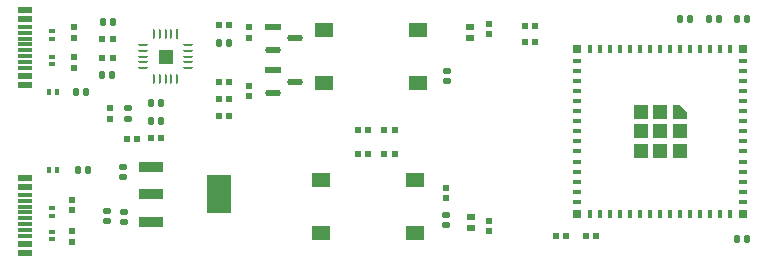
<source format=gtp>
G04*
G04 #@! TF.GenerationSoftware,Altium Limited,Altium Designer,25.8.1 (18)*
G04*
G04 Layer_Color=8421504*
%FSLAX44Y44*%
%MOMM*%
G71*
G04*
G04 #@! TF.SameCoordinates,F54E5B92-F0D5-4042-A45F-7CF7407C5741*
G04*
G04*
G04 #@! TF.FilePolarity,Positive*
G04*
G01*
G75*
%ADD16R,1.2965X1.2965*%
%ADD17R,1.5500X1.3000*%
%ADD18R,0.5400X0.6000*%
%ADD19R,0.6000X0.5400*%
%ADD20R,1.1500X0.3000*%
%ADD21R,0.6000X0.3500*%
%ADD22R,0.8000X0.4000*%
G04:AMPARAMS|DCode=23|XSize=0.2425mm|YSize=0.8397mm|CornerRadius=0.1212mm|HoleSize=0mm|Usage=FLASHONLY|Rotation=270.000|XOffset=0mm|YOffset=0mm|HoleType=Round|Shape=RoundedRectangle|*
%AMROUNDEDRECTD23*
21,1,0.2425,0.5972,0,0,270.0*
21,1,0.0000,0.8397,0,0,270.0*
1,1,0.2425,-0.2986,0.0000*
1,1,0.2425,-0.2986,0.0000*
1,1,0.2425,0.2986,0.0000*
1,1,0.2425,0.2986,0.0000*
%
%ADD23ROUNDEDRECTD23*%
G04:AMPARAMS|DCode=24|XSize=0.8397mm|YSize=0.2425mm|CornerRadius=0.1212mm|HoleSize=0mm|Usage=FLASHONLY|Rotation=270.000|XOffset=0mm|YOffset=0mm|HoleType=Round|Shape=RoundedRectangle|*
%AMROUNDEDRECTD24*
21,1,0.8397,0.0000,0,0,270.0*
21,1,0.5972,0.2425,0,0,270.0*
1,1,0.2425,0.0000,-0.2986*
1,1,0.2425,0.0000,0.2986*
1,1,0.2425,0.0000,0.2986*
1,1,0.2425,0.0000,-0.2986*
%
%ADD24ROUNDEDRECTD24*%
%ADD25R,0.2425X0.8397*%
G04:AMPARAMS|DCode=26|XSize=0.54mm|YSize=0.6mm|CornerRadius=0.0675mm|HoleSize=0mm|Usage=FLASHONLY|Rotation=0.000|XOffset=0mm|YOffset=0mm|HoleType=Round|Shape=RoundedRectangle|*
%AMROUNDEDRECTD26*
21,1,0.5400,0.4650,0,0,0.0*
21,1,0.4050,0.6000,0,0,0.0*
1,1,0.1350,0.2025,-0.2325*
1,1,0.1350,-0.2025,-0.2325*
1,1,0.1350,-0.2025,0.2325*
1,1,0.1350,0.2025,0.2325*
%
%ADD26ROUNDEDRECTD26*%
%ADD27R,0.4000X0.8000*%
%ADD28R,1.1500X0.6000*%
%ADD29R,0.3500X0.6000*%
G04:AMPARAMS|DCode=30|XSize=0.54mm|YSize=0.6mm|CornerRadius=0.0675mm|HoleSize=0mm|Usage=FLASHONLY|Rotation=270.000|XOffset=0mm|YOffset=0mm|HoleType=Round|Shape=RoundedRectangle|*
%AMROUNDEDRECTD30*
21,1,0.5400,0.4650,0,0,270.0*
21,1,0.4050,0.6000,0,0,270.0*
1,1,0.1350,-0.2325,-0.2025*
1,1,0.1350,-0.2325,0.2025*
1,1,0.1350,0.2325,0.2025*
1,1,0.1350,0.2325,-0.2025*
%
%ADD30ROUNDEDRECTD30*%
%ADD31R,2.1500X0.9500*%
%ADD32R,2.1500X3.2500*%
%ADD33R,0.7000X0.6000*%
%ADD34R,0.8000X0.8000*%
%ADD35R,1.2000X1.2000*%
%ADD36R,1.3571X0.5721*%
G04:AMPARAMS|DCode=37|XSize=1.3571mm|YSize=0.5721mm|CornerRadius=0.2861mm|HoleSize=0mm|Usage=FLASHONLY|Rotation=0.000|XOffset=0mm|YOffset=0mm|HoleType=Round|Shape=RoundedRectangle|*
%AMROUNDEDRECTD37*
21,1,1.3571,0.0000,0,0,0.0*
21,1,0.7850,0.5721,0,0,0.0*
1,1,0.5721,0.3925,0.0000*
1,1,0.5721,-0.3925,0.0000*
1,1,0.5721,-0.3925,0.0000*
1,1,0.5721,0.3925,0.0000*
%
%ADD37ROUNDEDRECTD37*%
G36*
X611060Y137500D02*
Y149500D01*
X617060D01*
X623060Y143500D01*
Y137500D01*
X611060D01*
D02*
G37*
D16*
X181773Y190395D02*
D03*
D17*
X313310Y86000D02*
D03*
X392810D02*
D03*
X313310Y41000D02*
D03*
X392810D02*
D03*
X395350Y168000D02*
D03*
X315850D02*
D03*
X395350Y213000D02*
D03*
X315850D02*
D03*
D18*
X178056Y121158D02*
D03*
X169416D02*
D03*
X157482Y120904D02*
D03*
X148842D02*
D03*
X235460Y216916D02*
D03*
X226820D02*
D03*
X137023Y189505D02*
D03*
X128383D02*
D03*
Y204866D02*
D03*
X137023D02*
D03*
X226820Y168910D02*
D03*
X235460D02*
D03*
X226820Y139700D02*
D03*
X235460D02*
D03*
Y154432D02*
D03*
X226820D02*
D03*
X485900Y202692D02*
D03*
X494540D02*
D03*
X485900Y216408D02*
D03*
X494540D02*
D03*
X512316Y38608D02*
D03*
X520956D02*
D03*
X537713Y38487D02*
D03*
X546353D02*
D03*
X375670Y128270D02*
D03*
X367030D02*
D03*
X344930D02*
D03*
X353570D02*
D03*
X375670Y107953D02*
D03*
X367030D02*
D03*
X344930Y107953D02*
D03*
X353570D02*
D03*
D19*
X135128Y146560D02*
D03*
Y137920D02*
D03*
X455621Y51152D02*
D03*
Y42512D02*
D03*
X455620Y217731D02*
D03*
Y209091D02*
D03*
X419084Y79250D02*
D03*
Y70610D02*
D03*
X252730Y156970D02*
D03*
Y165610D02*
D03*
Y215140D02*
D03*
Y206500D02*
D03*
X102864Y60196D02*
D03*
Y68836D02*
D03*
X102870Y33780D02*
D03*
Y42420D02*
D03*
X104140Y189740D02*
D03*
Y181100D02*
D03*
Y215140D02*
D03*
Y206500D02*
D03*
D20*
X62900Y63400D02*
D03*
Y53400D02*
D03*
Y48400D02*
D03*
Y58400D02*
D03*
Y215600D02*
D03*
Y205600D02*
D03*
Y195600D02*
D03*
Y185600D02*
D03*
Y180600D02*
D03*
Y210600D02*
D03*
Y200600D02*
D03*
Y190600D02*
D03*
Y73400D02*
D03*
Y68400D02*
D03*
Y43400D02*
D03*
Y38400D02*
D03*
D21*
X85790Y55671D02*
D03*
Y35712D02*
D03*
Y62171D02*
D03*
Y183850D02*
D03*
Y211956D02*
D03*
Y42212D02*
D03*
Y205456D02*
D03*
Y190350D02*
D03*
D22*
X530560Y127000D02*
D03*
X670560Y76000D02*
D03*
Y67500D02*
D03*
Y93000D02*
D03*
Y84500D02*
D03*
Y110000D02*
D03*
Y101500D02*
D03*
Y127000D02*
D03*
Y118500D02*
D03*
Y161000D02*
D03*
Y135500D02*
D03*
Y152500D02*
D03*
Y144000D02*
D03*
Y169500D02*
D03*
Y178000D02*
D03*
Y186500D02*
D03*
X530560Y118500D02*
D03*
Y186500D02*
D03*
Y178000D02*
D03*
Y169500D02*
D03*
Y161000D02*
D03*
Y152500D02*
D03*
Y144000D02*
D03*
Y135500D02*
D03*
Y110000D02*
D03*
Y101500D02*
D03*
Y93000D02*
D03*
Y84500D02*
D03*
Y76000D02*
D03*
Y67500D02*
D03*
D23*
X200925Y200395D02*
D03*
Y195395D02*
D03*
Y190395D02*
D03*
Y185395D02*
D03*
Y180395D02*
D03*
X162615D02*
D03*
Y185395D02*
D03*
Y190395D02*
D03*
Y195395D02*
D03*
Y200395D02*
D03*
D24*
X191770Y171240D02*
D03*
X186770D02*
D03*
X176770D02*
D03*
X171770D02*
D03*
Y209550D02*
D03*
X176770D02*
D03*
X186770D02*
D03*
X181770D02*
D03*
Y171240D02*
D03*
D25*
X191770Y209550D02*
D03*
D26*
X665298Y222263D02*
D03*
X673938D02*
D03*
X641715D02*
D03*
X673940Y35560D02*
D03*
X625877Y222263D02*
D03*
X116080Y93980D02*
D03*
X178310Y136144D02*
D03*
X114810Y160020D02*
D03*
X178310Y151130D02*
D03*
X128129Y174595D02*
D03*
X128467Y219852D02*
D03*
X235460Y201930D02*
D03*
X665300Y35560D02*
D03*
X617237Y222263D02*
D03*
X650355D02*
D03*
X137107Y219852D02*
D03*
X107440Y93980D02*
D03*
X106170Y160020D02*
D03*
X136769Y174595D02*
D03*
X169670Y151130D02*
D03*
Y136144D02*
D03*
X226820Y201930D02*
D03*
D27*
X643060Y197000D02*
D03*
X634560Y57000D02*
D03*
X643060D02*
D03*
X651560Y197000D02*
D03*
X660060D02*
D03*
X634560D02*
D03*
X626060D02*
D03*
X617560D02*
D03*
X609060D02*
D03*
X600560D02*
D03*
X592060D02*
D03*
X583560D02*
D03*
X575060D02*
D03*
X566560D02*
D03*
X558060D02*
D03*
X549560D02*
D03*
X541060D02*
D03*
Y57000D02*
D03*
X549560D02*
D03*
X558060D02*
D03*
X566560D02*
D03*
X575060D02*
D03*
X583560D02*
D03*
X592060D02*
D03*
X600560D02*
D03*
X609060D02*
D03*
X617560D02*
D03*
X626060D02*
D03*
X651560D02*
D03*
X660060D02*
D03*
D28*
X62900Y23900D02*
D03*
Y87900D02*
D03*
Y166100D02*
D03*
Y230100D02*
D03*
Y174100D02*
D03*
Y222100D02*
D03*
Y79900D02*
D03*
Y31900D02*
D03*
D29*
X83110Y93980D02*
D03*
Y160020D02*
D03*
X89610Y93980D02*
D03*
Y160020D02*
D03*
D30*
X131871Y59436D02*
D03*
X146857Y59130D02*
D03*
X146050Y88390D02*
D03*
X149860Y137920D02*
D03*
X419100Y47750D02*
D03*
X420370Y169670D02*
D03*
Y178310D02*
D03*
X149860Y146560D02*
D03*
X131871Y50796D02*
D03*
X146857Y50490D02*
D03*
X146050Y97030D02*
D03*
X419100Y56390D02*
D03*
D31*
X169120Y73660D02*
D03*
Y96660D02*
D03*
Y50660D02*
D03*
D32*
X227120Y73660D02*
D03*
D33*
X440000Y45250D02*
D03*
X439420Y215570D02*
D03*
Y206070D02*
D03*
X440000Y54750D02*
D03*
D34*
X530560Y57000D02*
D03*
X670560D02*
D03*
X530560Y197000D02*
D03*
X670560D02*
D03*
D35*
X584060Y110500D02*
D03*
Y127000D02*
D03*
X600560Y110500D02*
D03*
Y127000D02*
D03*
X617060Y110500D02*
D03*
Y127000D02*
D03*
X584060Y143500D02*
D03*
X600560D02*
D03*
D36*
X272435Y178700D02*
D03*
Y215240D02*
D03*
D37*
Y159700D02*
D03*
X291446Y169200D02*
D03*
X272435Y196240D02*
D03*
X291446Y205740D02*
D03*
M02*

</source>
